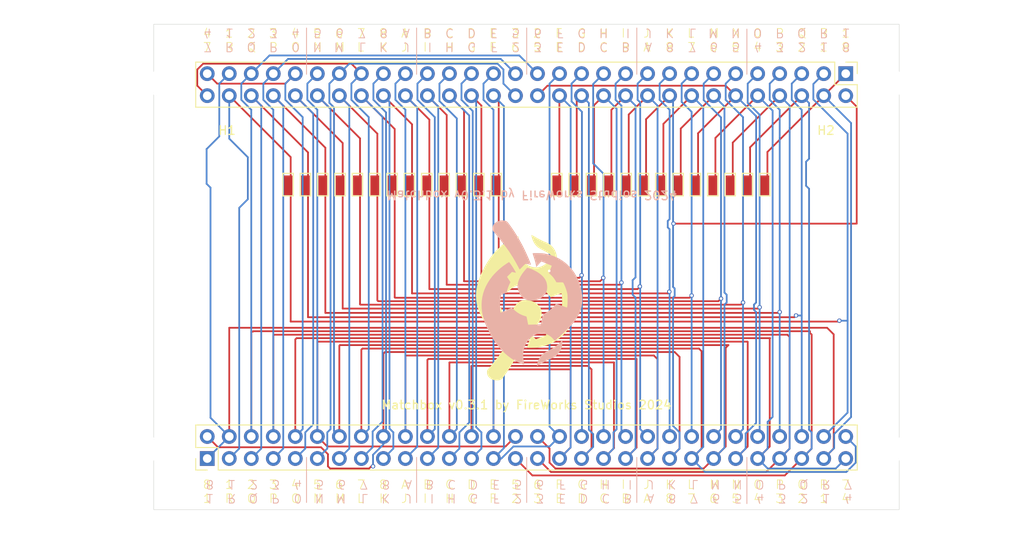
<source format=kicad_pcb>
(kicad_pcb (version 20240108) (generator "pcbnew") (generator_version "8.0")
  (layers (0 "F.Cu" signal) (31 "B.Cu" signal) (34 "B.Paste" user) (35 "F.Paste" user) (36 "B.SilkS" user "B.Silkscreen") (37 "F.SilkS" user "F.Silkscreen") (38 "B.Mask" user) (39 "F.Mask" user) (44 "Edge.Cuts" user))
  (net 0 "")
  (net 1 "/R")
  (net 2 "/Q")
  (net 3 "/P")
  (net 4 "/O")
  (net 5 "/N")
  (net 6 "/M")
  (net 7 "/L")
  (net 8 "/K")
  (net 9 "/J")
  (net 10 "/I")
  (net 11 "/H")
  (net 12 "/G")
  (net 13 "/F")
  (net 14 "/E")
  (net 15 "/D")
  (net 16 "/C")
  (net 17 "/B")
  (net 18 "/A")
  (net 19 "/8")
  (net 20 "/7")
  (net 21 "/6")
  (net 22 "/5")
  (net 23 "/4")
  (net 24 "/3")
  (net 25 "/2")
  (net 26 "/1")
  (footprint "MountingHole:MountingHole_3.2mm_M3" (layer "F.Cu") (at 77.2 108)
    (property "Reference" "H6" (hide yes))
    (property "Value" "MountingHole")
  )
  (footprint "S7221_45R:HARWIN_S7221-45R" (layer "F.Cu") (at 111.8 77.5 -90)
    (property "Reference" "PinH1" (hide yes))
    (property "Value" "S7221-45R" (hide yes))
  )
  (footprint "Connector_PinHeader_2.54mm:PinHeader_2x30_P2.54mm_Vertical" (layer "F.Cu") (at 82.475 109.1 90)
    (property "Reference" "J30" (hide yes))
    (property "Value" "Conn_02x30_Odd_Even" (hide yes))
  )
  (footprint "S7221_45R:HARWIN_S7221-45R" (layer "F.Cu") (at 109.8 77.5 -90)
    (property "Reference" "PinI1" (hide yes))
    (property "Value" "S7221-45R" (hide yes))
  )
  (footprint "MatchBox_Graphics:kicad_pic_19mm_19mm" (layer "F.Cu") (at 119.2219 91.550018)
    (property "Reference" "G1" (hide yes))
    (property "Value" "LOGO" (hide yes))
  )
  (footprint "S7221_45R:HARWIN_S7221-45R" (layer "F.Cu") (at 115.8 77.5 -90)
    (property "Reference" "PinF1" (hide yes))
    (property "Value" "S7221-45R" (hide yes))
  )
  (footprint "S7221_45R:HARWIN_S7221-45R" (layer "F.Cu") (at 99.8 77.5 -90)
    (property "Reference" "PinN1" (hide yes))
    (property "Value" "S7221-45R" (hide yes))
  )
  (footprint "S7221_45R:HARWIN_S7221-45R" (layer "F.Cu") (at 103.8 77.5 -90)
    (property "Reference" "PinL1" (hide yes))
    (property "Value" "S7221-45R" (hide yes))
  )
  (footprint "S7221_45R:HARWIN_S7221-45R" (layer "F.Cu") (at 144.8 77.5 -90)
    (property "Reference" "Pin2" (hide yes))
    (property "Value" "S7221-45R" (hide yes))
  )
  (footprint "S7221_45R:HARWIN_S7221-45R" (layer "F.Cu") (at 97.8 77.5 -90)
    (property "Reference" "PinO1" (hide yes))
    (property "Value" "S7221-45R" (hide yes))
  )
  (footprint "Connector_PinHeader_2.54mm:PinHeader_2x30_P2.54mm_Vertical" (layer "F.Cu") (at 156.135 64.7 -90)
    (property "Reference" "J29" (hide yes))
    (property "Value" "Conn_02x30_Odd_Even" (hide yes))
  )
  (footprint "MountingHole:MountingHole_3.2mm_M3" (layer "F.Cu") (at 161.4 108)
    (property "Reference" "H5" (hide yes))
    (property "Value" "MountingHole")
  )
  (footprint "S7221_45R:HARWIN_S7221-45R" (layer "F.Cu") (at 95.8 77.5 -90)
    (property "Reference" "PinP1" (hide yes))
    (property "Value" "S7221-45R" (hide yes))
  )
  (footprint "S7221_45R:HARWIN_S7221-45R" (layer "F.Cu") (at 91.8 77.5 -90)
    (property "Reference" "PinR1" (hide yes))
    (property "Value" "S7221-45R" (hide yes))
  )
  (footprint "S7221_45R:HARWIN_S7221-45R" (layer "F.Cu") (at 132.8 77.5 -90)
    (property "Reference" "Pin8" (hide yes))
    (property "Value" "S7221-45R" (hide yes))
  )
  (footprint "MountingHole:MountingHole_3.7mm" (layer "F.Cu") (at 84.75 75.95)
    (property "Reference" "H1")
    (property "Value" "MountingHole")
  )
  (footprint "S7221_45R:HARWIN_S7221-45R" (layer "F.Cu") (at 128.8 77.5 -90)
    (property "Reference" "PinB1" (hide yes))
    (property "Value" "S7221-45R" (hide yes))
  )
  (footprint "S7221_45R:HARWIN_S7221-45R" (layer "F.Cu") (at 93.8 77.5 -90)
    (property "Reference" "PinQ1" (hide yes))
    (property "Value" "S7221-45R" (hide yes))
  )
  (footprint "S7221_45R:HARWIN_S7221-45R" (layer "F.Cu") (at 122.8 77.5 -90)
    (property "Reference" "PinE1" (hide yes))
    (property "Value" "S7221-45R" (hide yes))
  )
  (footprint "MountingHole:MountingHole_3.2mm_M3" (layer "F.Cu") (at 77.2 65.8)
    (property "Reference" "H4" (hide yes))
    (property "Value" "MountingHole")
  )
  (footprint "S7221_45R:HARWIN_S7221-45R" (layer "F.Cu") (at 124.8 77.5 -90)
    (property "Reference" "PinD1" (hide yes))
    (property "Value" "S7221-45R" (hide yes))
  )
  (footprint "MountingHole:MountingHole_3.2mm_M3" (layer "F.Cu") (at 161.4 65.8)
    (property "Reference" "H3" (hide yes))
    (property "Value" "MountingHole")
  )
  (footprint "MountingHole:MountingHole_3.7mm" (layer "F.Cu") (at 153.85 75.95)
    (property "Reference" "H2")
    (property "Value" "MountingHole")
  )
  (footprint "S7221_45R:HARWIN_S7221-45R" (layer "F.Cu") (at 146.8 77.5 -90)
    (property "Reference" "Pin1" (hide yes))
    (property "Value" "S7221-45R" (hide yes))
  )
  (footprint "S7221_45R:HARWIN_S7221-45R" (layer "F.Cu") (at 136.8 77.5 -90)
    (property "Reference" "Pin6" (hide yes))
    (property "Value" "S7221-45R" (hide yes))
  )
  (footprint "S7221_45R:HARWIN_S7221-45R" (layer "F.Cu") (at 142.8 77.5 -90)
    (property "Reference" "Pin3" (hide yes))
    (property "Value" "S7221-45R" (hide yes))
  )
  (footprint "S7221_45R:HARWIN_S7221-45R" (layer "F.Cu") (at 134.8 77.5 -90)
    (property "Reference" "Pin7" (hide yes))
    (property "Value" "S7221-45R" (hide yes))
  )
  (footprint "S7221_45R:HARWIN_S7221-45R" (layer "F.Cu") (at 130.8 77.5 -90)
    (property "Reference" "PinA1" (hide yes))
    (property "Value" "S7221-45R" (hide yes))
  )
  (footprint "S7221_45R:HARWIN_S7221-45R" (layer "F.Cu") (at 140.8 77.5 -90)
    (property "Reference" "Pin4" (hide yes))
    (property "Value" "S7221-45R" (hide yes))
  )
  (footprint "S7221_45R:HARWIN_S7221-45R" (layer "F.Cu") (at 113.8 77.5 -90)
    (property "Reference" "PinG1" (hide yes))
    (property "Value" "S7221-45R" (hide yes))
  )
  (footprint "S7221_45R:HARWIN_S7221-45R" (layer "F.Cu") (at 138.8 77.5 -90)
    (property "Reference" "Pin5" (hide yes))
    (property "Value" "S7221-45R" (hide yes))
  )
  (footprint "S7221_45R:HARWIN_S7221-45R" (layer "F.Cu") (at 101.8 77.5 -90)
    (property "Reference" "PinM1" (hide yes))
    (property "Value" "S7221-45R" (hide yes))
  )
  (footprint "S7221_45R:HARWIN_S7221-45R" (layer "F.Cu") (at 105.8 77.5 -90)
    (property "Reference" "PinK1" (hide yes))
    (property "Value" "S7221-45R" (hide yes))
  )
  (footprint "S7221_45R:HARWIN_S7221-45R" (layer "F.Cu") (at 126.8 77.5 -90)
    (property "Reference" "PinC1" (hide yes))
    (property "Value" "S7221-45R" (hide yes))
  )
  (footprint "S7221_45R:HARWIN_S7221-45R" (layer "F.Cu") (at 107.8 77.5 -90)
    (property "Reference" "PinJ1" (hide yes))
    (property "Value" "S7221-45R" (hide yes))
  )
  (footprint "MatchBox_Graphics:kicad_pic_19mm_19mm" (layer "B.Cu") (at 119.855623 90.164094)
    (property "Reference" "G1" (hide yes))
    (property "Value" "LOGO" (hide yes))
  )
  (gr_line (start 93.9292 114.173) (end 93.9292 108.966) (stroke (width 0.1)) (layer "B.SilkS"))
  (gr_line (start 119.3292 64.77) (end 119.3292 59.436) (stroke (width 0.1)) (layer "B.SilkS"))
  (gr_line (start 93.9292 64.77) (end 93.9292 59.436) (stroke (width 0.1)) (layer "B.SilkS"))
  (gr_line (start 119.3292 114.173) (end 119.3292 108.966) (stroke (width 0.1)) (layer "B.SilkS"))
  (gr_line (start 144.7292 114.3) (end 144.7292 108.966) (stroke (width 0.1)) (layer "B.SilkS"))
  (gr_line (start 106.6292 114.173) (end 106.6292 108.966) (stroke (width 0.1)) (layer "B.SilkS"))
  (gr_line (start 132.0292 114.173) (end 132.0292 108.966) (stroke (width 0.1)) (layer "B.SilkS"))
  (gr_line (start 144.7292 64.77) (end 144.7292 59.563) (stroke (width 0.1)) (layer "B.SilkS"))
  (gr_line (start 106.6292 64.77) (end 106.6292 59.436) (stroke (width 0.1)) (layer "B.SilkS"))
  (gr_line (start 132.0292 64.77) (end 132.0292 59.436) (stroke (width 0.1)) (layer "B.SilkS"))
  (gr_rect (start 76.3 59) (end 162.3 115) (stroke (width 0.05)) (fill none) (layer "Edge.Cuts"))
  (gr_text "4\n7" (at 156.972 111.506 180) (layer "B.SilkS") (effects (font (size 1 1) (thickness 0.1)) (justify right bottom mirror)))
  (gr_text "2\n5" (at 118.618 59.436 180) (layer "B.SilkS") (effects (font (size 1 1) (thickness 0.1)) (justify right bottom mirror)))
  (gr_text "7\nL" (at 139.192 111.506 180) (layer "B.SilkS") (effects (font (size 1 1) (thickness 0.1)) (justify right bottom mirror)))
  (gr_text "8\nK" (at 136.398 59.436 180) (layer "B.SilkS") (effects (font (size 1 1) (thickness 0.1)) (justify right bottom mirror)))
  (gr_text "D\nG" (at 126.492 111.506 180) (layer "B.SilkS") (effects (font (size 1 1) (thickness 0.1)) (justify right bottom mirror)))
  (gr_text "5\nN" (at 144.018 59.436 180) (layer "B.SilkS") (effects (font (size 1 1) (thickness 0.1)) (justify right bottom mirror)))
  (gr_text "C\nH" (at 128.778 59.436 180) (layer "B.SilkS") (effects (font (size 1 1) (thickness 0.1)) (justify right bottom mirror)))
  (gr_text "N\n5" (at 96.012 111.506 180) (layer "B.SilkS") (effects (font (size 1 1) (thickness 0.1)) (justify right bottom mirror)))
  (gr_text "P\n3" (at 90.932 111.506 180) (layer "B.SilkS") (effects (font (size 1 1) (thickness 0.1)) (justify right bottom mirror)))
  (gr_text "R\n1" (at 85.852 111.506 180) (layer "B.SilkS") (effects (font (size 1 1) (thickness 0.1)) (justify right bottom mirror)))
  (gr_text "1\nR" (at 154.178 59.436 180) (layer "B.SilkS") (effects (font (size 1 1) (thickness 0.1)) (justify right bottom mirror)))
  (gr_text "2\n5" (at 118.872 111.506 180) (layer "B.SilkS") (effects (font (size 1 1) (thickness 0.1)) (justify right bottom mirror)))
  (gr_text "Q\n2" (at 88.138 59.436 180) (layer "B.SilkS") (effects (font (size 1 1) (thickness 0.1)) (justify right bottom mirror)))
  (gr_text "P\n3" (at 90.678 59.436 180) (layer "B.SilkS") (effects (font (size 1 1) (thickness 0.1)) (justify right bottom mirror)))
  (gr_text "H\nC" (at 110.998 59.436 180) (layer "B.SilkS") (effects (font (size 1 1) (thickness 0.1)) (justify right bottom mirror)))
  (gr_text "J\nA" (at 105.918 59.436 180) (layer "B.SilkS") (effects (font (size 1 1) (thickness 0.1)) (justify right bottom mirror)))
  (gr_text "L\n7" (at 101.092 111.506 180) (layer "B.SilkS") (effects (font (size 1 1) (thickness 0.1)) (justify right bottom mirror)))
  (gr_text "B\nI" (at 131.572 111.506 180) (layer "B.SilkS") (effects (font (size 1 1) (thickness 0.1)) (justify right bottom mirror)))
  (gr_text "3\n6" (at 121.412 111.506 180) (layer "B.SilkS") (effects (font (size 1 1) (thickness 0.1)) (justify right bottom mirror)))
  (gr_text "E\nF" (at 123.952 111.506 180) (layer "B.SilkS") (effects (font (size 1 1) (thickness 0.1)) (justify right bottom mirror)))
  (gr_text "8\nK" (at 136.652 111.506 180) (layer "B.SilkS") (effects (font (size 1 1) (thickness 0.1)) (justify right bottom mirror)))
  (gr_text "B\nI" (at 131.318 59.436 180) (layer "B.SilkS") (effects (font (size 1 1) (thickness 0.1)) (justify right bottom mirror)))
  (gr_text "E\nF" (at 123.698 59.436 180) (layer "B.SilkS") (effects (font (size 1 1) (thickness 0.1)) (justify right bottom mirror)))
  (gr_text "4\nO" (at 146.812 111.506 180) (layer "B.SilkS") (effects (font (size 1 1) (thickness 0.1)) (justify right bottom mirror)))
  (gr_text "A\nJ" (at 133.858 59.436 180) (layer "B.SilkS") (effects (font (size 1 1) (thickness 0.1)) (justify right bottom mirror)))
  (gr_text "5\nN" (at 144.272 111.506 180) (layer "B.SilkS") (effects (font (size 1 1) (thickness 0.1)) (justify right bottom mirror)))
  (gr_text "6\nM" (at 141.732 111.506 180) (layer "B.SilkS") (effects (font (size 1 1) (thickness 0.1)) (justify right bottom mirror)))
  (gr_text "G\nD" (at 113.538 59.436 180) (layer "B.SilkS") (effects (font (size 1 1) (thickness 0.1)) (justify right bottom mirror)))
  (gr_text "F\nE" (at 116.332 111.506 180) (layer "B.SilkS") (effects (font (size 1 1) (thickness 0.1)) (justify right bottom mirror)))
  (gr_text "Matchbox v0.3.1 by FireWorks Studios 2024\n" (at 119.933724 78.114112 180) (layer "B.SilkS") (effects (font (size 1 1)) (justify bottom mirror)))
  (gr_text "H\nC" (at 111.252 111.506 180) (layer "B.SilkS") (effects (font (size 1 1) (thickness 0.1)) (justify right bottom mirror)))
  (gr_text "J\nA" (at 106.172 111.506 180) (layer "B.SilkS") (effects (font (size 1 1) (thickness 0.1)) (justify right bottom mirror)))
  (gr_text "1\nR" (at 154.432 111.506 180) (layer "B.SilkS") (effects (font (size 1 1) (thickness 0.1)) (justify right bottom mirror)))
  (gr_text "3\nP" (at 149.352 111.506 180) (layer "B.SilkS") (effects (font (size 1 1) (thickness 0.1)) (justify right bottom mirror)))
  (gr_text "7\n4" (at 83.058 59.436 180) (layer "B.SilkS") (effects (font (size 1 1) (thickness 0.1)) (justify right bottom mirror)))
  (gr_text "3\nP" (at 149.098 59.436 180) (layer "B.SilkS") (effects (font (size 1 1) (thickness 0.1)) (justify right bottom mirror)))
  (gr_text "C\nH" (at 129.032 111.506 180) (layer "B.SilkS") (effects (font (size 1 1) (thickness 0.1)) (justify right bottom mirror)))
  (gr_text "G\nD" (at 113.792 111.506 180) (layer "B.SilkS") (effects (font (size 1 1) (thickness 0.1)) (justify right bottom mirror)))
  (gr_text "K\n8" (at 103.378 59.436 180) (layer "B.SilkS") (effects (font (size 1 1) (thickness 0.1)) (justify right bottom mirror)))
  (gr_text "M\n6" (at 98.552 111.506 180) (layer "B.SilkS") (effects (font (size 1 1) (thickness 0.1)) (justify right bottom mirror)))
  (gr_text "8\n1" (at 156.718 59.436 180) (layer "B.SilkS") (effects (font (size 1 1) (thickness 0.1)) (justify right bottom mirror)))
  (gr_text "2\nQ" (at 151.892 111.506 180) (layer "B.SilkS") (effects (font (size 1 1) (thickness 0.1)) (justify right bottom mirror)))
  (gr_text "2\nQ" (at 151.638 59.436 180) (layer "B.SilkS") (effects (font (size 1 1) (thickness 0.1)) (justify right bottom mirror)))
  (gr_text "3\n6" (at 121.158 59.436 180) (layer "B.SilkS") (effects (font (size 1 1) (thickness 0.1)) (justify right bottom mirror)))
  (gr_text "I\nB" (at 108.458 59.436 180) (layer "B.SilkS") (effects (font (size 1 1) (thickness 0.1)) (justify right bottom mirror)))
  (gr_text "4\nO" (at 146.558 59.436 180) (layer "B.SilkS") (effects (font (size 1 1) (thickness 0.1)) (justify right bottom mirror)))
  (gr_text "K\n8" (at 103.632 111.506 180) (layer "B.SilkS") (effects (font (size 1 1) (thickness 0.1)) (justify right bottom mirror)))
  (gr_text "I\nB" (at 108.712 111.506 180) (layer "B.SilkS") (effects (font (size 1 1) (thickness 0.1)) (justify right bottom mirror)))
  (gr_text "M\n6" (at 98.298 59.436 180) (layer "B.SilkS") (effects (font (size 1 1) (thickness 0.1)) (justify right bottom mirror)))
  (gr_text "Q\n2" (at 88.392 111.506 180) (layer "B.SilkS") (effects (font (size 1 1) (thickness 0.1)) (justify right bottom mirror)))
  (gr_text "L\n7" (at 100.838 59.436 180) (layer "B.SilkS") (effects (font (size 1 1) (thickness 0.1)) (justify right bottom mirror)))
  (gr_text "6\nM" (at 141.478 59.436 180) (layer "B.SilkS") (effects (font (size 1 1) (thickness 0.1)) (justify right bottom mirror)))
  (gr_text "F\nE" (at 116.078 59.436 180) (layer "B.SilkS") (effects (font (size 1 1) (thickness 0.1)) (justify right bottom mirror)))
  (gr_text "7\nL" (at 138.938 59.436 180) (layer "B.SilkS") (effects (font (size 1 1) (thickness 0.1)) (justify right bottom mirror)))
  (gr_text "0\n4" (at 93.472 111.506 180) (layer "B.SilkS") (effects (font (size 1 1) (thickness 0.1)) (justify right bottom mirror)))
  (gr_text "N\n5" (at 95.758 59.436 180) (layer "B.SilkS") (effects (font (size 1 1) (thickness 0.1)) (justify right bottom mirror)))
  (gr_text "A\nJ" (at 134.112 111.506 180) (layer "B.SilkS") (effects (font (size 1 1) (thickness 0.1)) (justify right bottom mirror)))
  (gr_text "R\n1" (at 85.598 59.436 180) (layer "B.SilkS") (effects (font (size 1 1) (thickness 0.1)) (justify right bottom mirror)))
  (gr_text "0\n4" (at 93.218 59.436 180) (layer "B.SilkS") (effects (font (size 1 1) (thickness 0.1)) (justify right bottom mirror)))
  (gr_text "1\n8" (at 83.312 111.506 180) (layer "B.SilkS") (effects (font (size 1 1) (thickness 0.1)) (justify right bottom mirror)))
  (gr_text "D\nG" (at 126.238 59.436 180) (layer "B.SilkS") (effects (font (size 1 1) (thickness 0.1)) (justify right bottom mirror)))
  (gr_text "8\nK" (at 102.235 62.23 0) (layer "F.SilkS") (effects (font (size 1 1) (thickness 0.1)) (justify left bottom)))
  (gr_text "0\n4" (at 145.415 62.23 0) (layer "F.SilkS") (effects (font (size 1 1) (thickness 0.1)) (justify left bottom)))
  (gr_text "E\nF" (at 114.935 114.3 0) (layer "F.SilkS") (effects (font (size 1 1) (thickness 0.1)) (justify left bottom)))
  (gr_text "C\nH" (at 109.855 114.3 0) (layer "F.SilkS") (effects (font (size 1 1) (thickness 0.1)) (justify left bottom)))
  (gr_text "1\n8" (at 155.575 62.23 0) (layer "F.SilkS") (effects (font (size 1 1) (thickness 0.1)) (justify left bottom)))
  (gr_text "L\n7" (at 137.795 114.3 0) (layer "F.SilkS") (effects (font (size 1 1) (thickness 0.1)) (justify left bottom)))
  (gr_text "8\n1" (at 81.915 114.3 0) (layer "F.SilkS") (effects (font (size 1 1) (thickness 0.1)) (justify left bottom)))
  (gr_text "L\n7" (at 137.795 62.23 0) (layer "F.SilkS") (effects (font (size 1 1) (thickness 0.1)) (justify left bottom)))
  (gr_text "H\nC" (at 127.635 114.3 0) (layer "F.SilkS") (effects (font (size 1 1) (thickness 0.1)) (justify left bottom)))
  (gr_text "1\nR" (at 84.455 62.23 0) (layer "F.SilkS") (effects (font (size 1 1) (thickness 0.1)) (justify left bottom)))
  (gr_text "5\nN" (at 94.615 114.3 0) (layer "F.SilkS") (effects (font (size 1 1) (thickness 0.1)) (justify left bottom)))
  (gr_text "R\n1" (at 153.035 114.3 0) (layer "F.SilkS") (effects (font (size 1 1) (thickness 0.1)) (justify left bottom)))
  (gr_text "M\n6" (at 140.335 114.3 0) (layer "F.SilkS") (effects (font (size 1 1) (thickness 0.1)) (justify left bottom)))
  (gr_text "Matchbox v0.3.1 by FireWorks Studios 2024\n" (at 119.3 103.5 0) (layer "F.SilkS") (effects (font (size 1 1)) (justify bottom)))
  (gr_text "3\nP" (at 89.535 62.23 0) (layer "F.SilkS") (effects (font (size 1 1) (thickness 0.1)) (justify left bottom)))
  (gr_text "6\nM" (at 97.155 114.3 0) (layer "F.SilkS") (effects (font (size 1 1) (thickness 0.1)) (justify left bottom)))
  (gr_text "N\n5" (at 142.875 62.23 0) (layer "F.SilkS") (effects (font (size 1 1) (thickness 0.1)) (justify left bottom)))
  (gr_text "F\nE" (at 122.555 62.23 0) (layer "F.SilkS") (effects (font (size 1 1) (thickness 0.1)) (justify left bottom)))
  (gr_text "8\nK" (at 102.235 114.3 0) (layer "F.SilkS") (effects (font (size 1 1) (thickness 0.1)) (justify left bottom)))
  (gr_text "J\nA" (at 132.715 114.3 0) (layer "F.SilkS") (effects (font (size 1 1) (thickness 0.1)) (justify left bottom)))
  (gr_text "G\nD" (at 125.095 62.23 0) (layer "F.SilkS") (effects (font (size 1 1) (thickness 0.1)) (justify left bottom)))
  (gr_text "5\nN" (at 94.615 62.23 0) (layer "F.SilkS") (effects (font (size 1 1) (thickness 0.1)) (justify left bottom)))
  (gr_text "R\n1" (at 153.035 62.23 0) (layer "F.SilkS") (effects (font (size 1 1) (thickness 0.1)) (justify left bottom)))
  (gr_text "Q\n2" (at 150.495 114.3 0) (layer "F.SilkS") (effects (font (size 1 1) (thickness 0.1)) (justify left bottom)))
  (gr_text "K\n8" (at 135.255 114.3 0) (layer "F.SilkS") (effects (font (size 1 1) (thickness 0.1)) (justify left bottom)))
  (gr_text "E\nF" (at 114.935 62.23 0) (layer "F.SilkS") (effects (font (size 1 1) (thickness 0.1)) (justify left bottom)))
  (gr_text "3\nP" (at 89.535 114.3 0) (layer "F.SilkS") (effects (font (size 1 1) (thickness 0.1)) (justify left bottom)))
  (gr_text "2\n5" (at 120.015 62.23 0) (layer "F.SilkS") (effects (font (size 1 1) (thickness 0.1)) (justify left bottom)))
  (gr_text "B\nI" (at 107.315 62.23 0) (layer "F.SilkS") (effects (font (size 1 1) (thickness 0.1)) (justify left bottom)))
  (gr_text "B\nI" (at 107.315 114.3 0) (layer "F.SilkS") (effects (font (size 1 1) (thickness 0.1)) (justify left bottom)))
  (gr_text "P\n3" (at 147.955 62.23 0) (layer "F.SilkS") (effects (font (size 1 1) (thickness 0.1)) (justify left bottom)))
  (gr_text "7\nL" (at 99.695 114.3 0) (layer "F.SilkS") (effects (font (size 1 1) (thickness 0.1)) (justify left bottom)))
  (gr_text "0\n4" (at 145.415 114.3 0) (layer "F.SilkS") (effects (font (size 1 1) (thickness 0.1)) (justify left bottom)))
  (gr_text "K\n8" (at 135.255 62.23 0) (layer "F.SilkS") (effects (font (size 1 1) (thickness 0.1)) (justify left bottom)))
  (gr_text "7\nL" (at 99.695 62.23 0) (layer "F.SilkS") (effects (font (size 1 1) (thickness 0.1)) (justify left bottom)))
  (gr_text "G\nD" (at 125.095 114.3 0) (layer "F.SilkS") (effects (font (size 1 1) (thickness 0.1)) (justify left bottom)))
  (gr_text "P\n3" (at 147.955 114.3 0) (layer "F.SilkS") (effects (font (size 1 1) (thickness 0.1)) (justify left bottom)))
  (gr_text "4\n7" (at 81.915 62.23 0) (layer "F.SilkS") (effects (font (size 1 1) (thickness 0.1)) (justify left bottom)))
  (gr_text "D\nG" (at 112.395 62.23 0) (layer "F.SilkS") (effects (font (size 1 1) (thickness 0.1)) (justify left bottom)))
  (gr_text "N\n5" (at 142.875 114.3 0) (layer "F.SilkS") (effects (font (size 1 1) (thickness 0.1)) (justify left bottom)))
  (gr_text "2\nQ" (at 86.995 62.23 0) (layer "F.SilkS") (effects (font (size 1 1) (thickness 0.1)) (justify left bottom)))
  (gr_text "F\nE" (at 122.555 114.3 0) (layer "F.SilkS") (effects (font (size 1 1) (thickness 0.1)) (justify left bottom)))
  (gr_text "M\n6" (at 140.335 62.23 0) (layer "F.SilkS") (effects (font (size 1 1) (thickness 0.1)) (justify left bottom)))
  (gr_text "C\nH" (at 109.855 62.23 0) (layer "F.SilkS") (effects (font (size 1 1) (thickness 0.1)) (justify left bottom)))
  (gr_text "2\nQ" (at 86.995 114.3 0) (layer "F.SilkS") (effects (font (size 1 1) (thickness 0.1)) (justify left bottom)))
  (gr_text "7\n4" (at 155.575 114.3 0) (layer "F.SilkS") (effects (font (size 1 1) (thickness 0.1)) (justify left bottom)))
  (gr_text "D\nG" (at 112.395 114.3 0) (layer "F.SilkS") (effects (font (size 1 1) (thickness 0.1)) (justify left bottom)))
  (gr_text "6\nM" (at 97.155 62.23 0) (layer "F.SilkS") (effects (font (size 1 1) (thickness 0.1)) (justify left bottom)))
  (gr_text "I\nB" (at 130.175 62.23 0) (layer "F.SilkS") (effects (font (size 1 1) (thickness 0.1)) (justify left bottom)))
  (gr_text "Q\n2" (at 150.495 62.23 0) (layer "F.SilkS") (effects (font (size 1 1) (thickness 0.1)) (justify left bottom)))
  (gr_text "I\nB" (at 130.175 114.3 0) (layer "F.SilkS") (effects (font (size 1 1) (thickness 0.1)) (justify left bottom)))
  (gr_text "1\nR" (at 84.455 114.3 0) (layer "F.SilkS") (effects (font (size 1 1) (thickness 0.1)) (justify left bottom)))
  (gr_text "H\nC" (at 127.635 62.23 0) (layer "F.SilkS") (effects (font (size 1 1) (thickness 0.1)) (justify left bottom)))
  (gr_text "4\nO" (at 92.075 62.23 0) (layer "F.SilkS") (effects (font (size 1 1) (thickness 0.1)) (justify left bottom)))
  (gr_text "A\nJ" (at 104.775 114.3 0) (layer "F.SilkS") (effects (font (size 1 1) (thickness 0.1)) (justify left bottom)))
  (gr_text "J\nA" (at 132.715 62.23 0) (layer "F.SilkS") (effects (font (size 1 1) (thickness 0.1)) (justify left bottom)))
  (gr_text "A\nJ" (at 104.775 62.23 0) (layer "F.SilkS") (effects (font (size 1 1) (thickness 0.1)) (justify left bottom)))
  (gr_text "5\n2" (at 117.475 114.3 0) (layer "F.SilkS") (effects (font (size 1 1) (thickness 0.1)) (justify left bottom)))
  (gr_text "6\n3" (at 120.015 114.3 0) (layer "F.SilkS") (effects (font (size 1 1) (thickness 0.1)) (justify left bottom)))
  (gr_text "4\nO" (at 92.075 114.3 0) (layer "F.SilkS") (effects (font (size 1 1) (thickness 0.1)) (justify left bottom)))
  (gr_text "3\n6" (at 117.475 62.23 0) (layer "F.SilkS") (effects (font (size 1 1) (thickness 0.1)) (justify left bottom)))
  (segment (start 92.1 93.3) (end 155.3 93.3) (width 0.2) (layer "F.Cu") (net 1))
  (segment (start 155.3 93.3) (end 155.4 93.2) (width 0.2) (layer "F.Cu") (net 1))
  (segment (start 92.1 74.325) (end 85.015 67.24) (width 0.2) (layer "F.Cu") (net 1))
  (segment (start 92.1 77.58875) (end 92.1 93.3) (width 0.2) (layer "F.Cu") (net 1))
  (segment (start 92.1 77.58875) (end 92.1 74.325) (width 0.2) (layer "F.Cu") (net 1))
  (via micro (at 155.4 93.2) (size 0.5) (drill 0.3) (layers "F.Cu" "B.Cu") (net 1))
  (segment (start 152.4 67.671346) (end 152.4 65.895) (width 0.2) (layer "B.Cu") (net 1))
  (segment (start 85.015 72.2) (end 87.155 74.34) (width 0.2) (layer "B.Cu") (net 1))
  (segment (start 86.165 80.17627) (end 86.165 107.95) (width 0.2) (layer "B.Cu") (net 1))
  (segment (start 85.015 67.24) (end 85.015 72.2) (width 0.2) (layer "B.Cu") (net 1))
  (segment (start 155.4 93.2) (end 156.35 93.2) (width 0.2) (layer "B.Cu") (net 1))
  (segment (start 152.4 65.895) (end 153.595 64.7) (width 0.2) (layer "B.Cu") (net 1))
  (segment (start 86.165 107.95) (end 85.015 109.1) (width 0.2) (layer "B.Cu") (net 1))
  (segment (start 156.35 103.805) (end 156.35 93.2) (width 0.2) (layer "B.Cu") (net 1))
  (segment (start 87.155 79.18627) (end 86.165 80.17627) (width 0.2) (layer "B.Cu") (net 1))
  (segment (start 156.35 71.621346) (end 152.4 67.671346) (width 0.2) (layer "B.Cu") (net 1))
  (segment (start 156.35 93.2) (end 156.35 71.621346) (width 0.2) (layer "B.Cu") (net 1))
  (segment (start 87.155 74.34) (end 87.155 79.18627) (width 0.2) (layer "B.Cu") (net 1))
  (segment (start 153.595 106.56) (end 156.35 103.805) (width 0.2) (layer "B.Cu") (net 1))
  (segment (start 150.2 92.8) (end 94.1 92.8) (width 0.2) (layer "F.Cu") (net 2))
  (segment (start 94.1 73.785) (end 87.555 67.24) (width 0.2) (layer "F.Cu") (net 2))
  (segment (start 94.1 92.8) (end 94.1 73.785) (width 0.2) (layer "F.Cu") (net 2))
  (segment (start 150.4 92.6) (end 150.2 92.8) (width 0.2) (layer "F.Cu") (net 2))
  (via micro (at 150.4 92.6) (size 0.5) (drill 0.3) (layers "F.Cu" "B.Cu") (net 2))
  (segment (start 149.905 65.85) (end 151.055 64.7) (width 0.2) (layer "B.Cu") (net 2))
  (segment (start 87.555 67.24) (end 88.705 68.39) (width 0.2) (layer "B.Cu") (net 2))
  (segment (start 149.905 67.716346) (end 149.905 65.85) (width 0.2) (layer "B.Cu") (net 2))
  (segment (start 151.055 68.866346) (end 149.905 67.716346) (width 0.2) (layer "B.Cu") (net 2))
  (segment (start 88.705 68.39) (end 88.705 107.95) (width 0.2) (layer "B.Cu") (net 2))
  (segment (start 151.055 92.6) (end 151.055 68.866346) (width 0.2) (layer "B.Cu") (net 2))
  (segment (start 88.705 107.95) (end 87.555 109.1) (width 0.2) (layer "B.Cu") (net 2))
  (segment (start 150.4 92.6) (end 151.055 92.6) (width 0.2) (layer "B.Cu") (net 2))
  (segment (start 151.055 106.56) (end 151.055 92.8) (width 0.2) (layer "B.Cu") (net 2))
  (segment (start 151.055 92.8) (end 151.055 92.6) (width 0.2) (layer "B.Cu") (net 2))
  (segment (start 96.1 73.245) (end 90.095 67.24) (width 0.2) (layer "F.Cu") (net 3))
  (segment (start 148.415 92.3) (end 148.515 92.2) (width 0.2) (layer "F.Cu") (net 3))
  (segment (start 96.1 77.58875) (end 96.1 92.3) (width 0.2) (layer "F.Cu") (net 3))
  (segment (start 96.1 92.3) (end 148.415 92.3) (width 0.2) (layer "F.Cu") (net 3))
  (segment (start 96.1 77.58875) (end 96.1 73.245) (width 0.2) (layer "F.Cu") (net 3))
  (via micro (at 148.515 92.2) (size 0.5) (drill 0.3) (layers "F.Cu" "B.Cu") (net 3))
  (segment (start 147.365 65.85) (end 148.515 64.7) (width 0.2) (layer "B.Cu") (net 3))
  (segment (start 148.515 68.866346) (end 147.365 67.716346) (width 0.2) (layer "B.Cu") (net 3))
  (segment (start 90.095 67.24) (end 91.245 68.39) (width 0.2) (layer "B.Cu") (net 3))
  (segment (start 91.245 68.39) (end 91.245 107.95) (width 0.2) (layer "B.Cu") (net 3))
  (segment (start 148.515 92.2) (end 148.515 68.866346) (width 0.2) (layer "B.Cu") (net 3))
  (segment (start 91.245 107.95) (end 90.095 109.1) (width 0.2) (layer "B.Cu") (net 3))
  (segment (start 147.365 67.716346) (end 147.365 65.85) (width 0.2) (layer "B.Cu") (net 3))
  (segment (start 148.515 106.56) (end 148.515 92.2) (width 0.2) (layer "B.Cu") (net 3))
  (segment (start 146.05 91.8) (end 98.1 91.8) (width 0.2) (layer "F.Cu") (net 4))
  (segment (start 98.1 91.8) (end 98.1 72.705) (width 0.2) (layer "F.Cu") (net 4))
  (segment (start 98.1 72.705) (end 92.635 67.24) (width 0.2) (layer "F.Cu") (net 4))
  (segment (start 146.2 91.65) (end 146.05 91.8) (width 0.2) (layer "F.Cu") (net 4))
  (via micro (at 146.2 91.65) (size 0.5) (drill 0.3) (layers "F.Cu" "B.Cu") (net 4))
  (segment (start 93.785 107.95) (end 92.635 109.1) (width 0.2) (layer "B.Cu") (net 4))
  (segment (start 145.975 106.56) (end 146.2 106.335) (width 0.2) (layer "B.Cu") (net 4))
  (segment (start 94.7 69.305) (end 94.7 105.168654) (width 0.2) (layer "B.Cu") (net 4))
  (segment (start 93.785 106.083654) (end 93.785 107.95) (width 0.2) (layer "B.Cu") (net 4))
  (segment (start 146.2 69.439314) (end 144.825 68.064314) (width 0.2) (layer "B.Cu") (net 4))
  (segment (start 144.825 68.064314) (end 144.825 65.85) (width 0.2) (layer "B.Cu") (net 4))
  (segment (start 144.825 65.85) (end 145.975 64.7) (width 0.2) (layer "B.Cu") (net 4))
  (segment (start 94.7 105.168654) (end 93.785 106.083654) (width 0.2) (layer "B.Cu") (net 4))
  (segment (start 92.635 67.24) (end 94.7 69.305) (width 0.2) (layer "B.Cu") (net 4))
  (segment (start 146.2 106.335) (end 146.2 69.439314) (width 0.2) (layer "B.Cu") (net 4))
  (segment (start 100.15 91.35) (end 100.1 91.3) (width 0.2) (layer "F.Cu") (net 5))
  (segment (start 144.035 91.35) (end 100.15 91.35) (width 0.2) (layer "F.Cu") (net 5))
  (segment (start 100.1 91.3) (end 100.1 72.165) (width 0.2) (layer "F.Cu") (net 5))
  (segment (start 100.1 72.165) (end 95.175 67.24) (width 0.2) (layer "F.Cu") (net 5))
  (segment (start 144.285 91.1) (end 144.035 91.35) (width 0.2) (layer "F.Cu") (net 5))
  (via micro (at 144.285 91.1) (size 0.5) (drill 0.3) (layers "F.Cu" "B.Cu") (net 5))
  (segment (start 142.285 65.85) (end 143.435 64.7) (width 0.2) (layer "B.Cu") (net 5))
  (segment (start 96.325 107.95) (end 95.175 109.1) (width 0.2) (layer "B.Cu") (net 5))
  (segment (start 95.175 67.24) (end 96.7 68.765) (width 0.2) (layer "B.Cu") (net 5))
  (segment (start 96.7 68.765) (end 96.7 105.708654) (width 0.2) (layer "B.Cu") (net 5))
  (segment (start 142.285 67.716346) (end 142.285 65.85) (width 0.2) (layer "B.Cu") (net 5))
  (segment (start 143.435 106.56) (end 144.285 105.71) (width 0.2) (layer "B.Cu") (net 5))
  (segment (start 96.7 105.708654) (end 96.325 106.083654) (width 0.2) (layer "B.Cu") (net 5))
  (segment (start 144.285 105.71) (end 144.285 69.716346) (width 0.2) (layer "B.Cu") (net 5))
  (segment (start 144.285 69.716346) (end 142.285 67.716346) (width 0.2) (layer "B.Cu") (net 5))
  (segment (start 96.325 106.083654) (end 96.325 107.95) (width 0.2) (layer "B.Cu") (net 5))
  (segment (start 141.445 90.95) (end 102.2 90.95) (width 0.2) (layer "F.Cu") (net 6))
  (segment (start 102.1 71.625) (end 97.715 67.24) (width 0.2) (layer "F.Cu") (net 6))
  (segment (start 102.2 90.95) (end 102.1 90.85) (width 0.2) (layer "F.Cu") (net 6))
  (segment (start 141.745 90.65) (end 141.445 90.95) (width 0.2) (layer "F.Cu") (net 6))
  (segment (start 102.1 90.85) (end 102.1 71.625) (width 0.2) (layer "F.Cu") (net 6))
  (via micro (at 141.745 90.65) (size 0.5) (drill 0.3) (layers "F.Cu" "B.Cu") (net 6))
  (segment (start 141.745 69.745) (end 139.745 67.745) (width 0.2) (layer "B.Cu") (net 6))
  (segment (start 98.865 107.95) (end 97.715 109.1) (width 0.2) (layer "B.Cu") (net 6))
  (segment (start 140.895 106.56) (end 141.745 105.71) (width 0.2) (layer "B.Cu") (net 6))
  (segment (start 139.745 65.85) (end 140.895 64.7) (width 0.2) (layer "B.Cu") (net 6))
  (segment (start 98.865 68.39) (end 98.865 107.95) (width 0.2) (layer "B.Cu") (net 6))
  (segment (start 141.745 105.71) (end 141.745 69.745) (width 0.2) (layer "B.Cu") (net 6))
  (segment (start 97.715 67.24) (end 98.865 68.39) (width 0.2) (layer "B.Cu") (net 6))
  (segment (start 139.745 67.745) (end 139.745 65.85) (width 0.2) (layer "B.Cu") (net 6))
  (segment (start 138.355 90.3) (end 138.105 90.55) (width 0.2) (layer "F.Cu") (net 7))
  (segment (start 104.1 71.085) (end 100.255 67.24) (width 0.2) (layer "F.Cu") (net 7))
  (segment (start 104.15 90.55) (end 104.1 90.5) (width 0.2) (layer "F.Cu") (net 7))
  (segment (start 138.105 90.55) (end 104.15 90.55) (width 0.2) (layer "F.Cu") (net 7))
  (segment (start 104.1 90.5) (end 104.1 71.085) (width 0.2) (layer "F.Cu") (net 7))
  (via micro (at 138.355 90.3) (size 0.5) (drill 0.3) (layers "F.Cu" "B.Cu") (net 7))
  (segment (start 100.255 67.24) (end 102.7 69.685) (width 0.2) (layer "B.Cu") (net 7))
  (segment (start 101.555 107.8) (end 100.255 109.1) (width 0.2) (layer "B.Cu") (net 7))
  (segment (start 137.205 67.956346) (end 137.205 65.85) (width 0.2) (layer "B.Cu") (net 7))
  (segment (start 137.205 65.85) (end 138.355 64.7) (width 0.2) (layer "B.Cu") (net 7))
  (segment (start 138.355 69.106346) (end 137.205 67.956346) (width 0.2) (layer "B.Cu") (net 7))
  (segment (start 101.555 105.983654) (end 101.555 107.8) (width 0.2) (layer "B.Cu") (net 7))
  (segment (start 102.7 69.685) (end 102.7 104.838654) (width 0.2) (layer "B.Cu") (net 7))
  (segment (start 138.355 106.56) (end 138.355 69.106346) (width 0.2) (layer "B.Cu") (net 7))
  (segment (start 102.7 104.838654) (end 101.555 105.983654) (width 0.2) (layer "B.Cu") (net 7))
  (segment (start 106.1 70.545) (end 102.795 67.24) (width 0.2) (layer "F.Cu") (net 8))
  (segment (start 135.615 90.05) (end 106.1 90.05) (width 0.2) (layer "F.Cu") (net 8))
  (segment (start 106.1 90.05) (end 106.1 70.545) (width 0.2) (layer "F.Cu") (net 8))
  (segment (start 135.815 89.85) (end 135.615 90.05) (width 0.2) (layer "F.Cu") (net 8))
  (via micro (at 135.776786 89.854123) (size 0.5) (drill 0.3) (layers "F.Cu" "B.Cu") (net 8))
  (segment (start 135.815 64.7) (end 134.665 65.85) (width 0.2) (layer "B.Cu") (net 8))
  (segment (start 103.5 105.638654) (end 103.945 106.083654) (width 0.2) (layer "B.Cu") (net 8))
  (segment (start 135.6 81.7) (end 135.6 82.435) (width 0.2) (layer "B.Cu") (net 8))
  (segment (start 103.945 107.95) (end 102.795 109.1) (width 0.2) (layer "B.Cu") (net 8))
  (segment (start 135.815 81.485) (end 135.6 81.7) (width 0.2) (layer "B.Cu") (net 8))
  (segment (start 103.945 106.083654) (end 103.945 107.95) (width 0.2) (layer "B.Cu") (net 8))
  (segment (start 135.6 82.435) (end 135.815 82.65) (width 0.2) (layer "B.Cu") (net 8))
  (segment (start 102.795 67.24) (end 103.5 67.945) (width 0.2) (layer "B.Cu") (net 8))
  (segment (start 134.665 65.85) (end 134.665 67.716346) (width 0.2) (layer "B.Cu") (net 8))
  (segment (start 103.5 67.945) (end 103.5 105.638654) (width 0.2) (layer "B.Cu") (net 8))
  (segment (start 135.815 82.65) (end 135.815 106.56) (width 0.2) (layer "B.Cu") (net 8))
  (segment (start 135.815 68.866346) (end 135.815 81.485) (width 0.2) (layer "B.Cu") (net 8))
  (segment (start 134.665 67.716346) (end 135.815 68.866346) (width 0.2) (layer "B.Cu") (net 8))
  (segment (start 108.1 70.005) (end 105.335 67.24) (width 0.2) (layer "F.Cu") (net 9))
  (segment (start 108.1 89.55) (end 108.1 70.005) (width 0.2) (layer "F.Cu") (net 9))
  (segment (start 132.425 89.25) (end 132.125 89.55) (width 0.2) (layer "F.Cu") (net 9))
  (segment (start 132.125 89.55) (end 108.1 89.55) (width 0.2) (layer "F.Cu") (net 9))
  (via micro (at 132.386786 89.254123) (size 0.5) (drill 0.3) (layers "F.Cu" "B.Cu") (net 9))
  (segment (start 132.125 67.716346) (end 132.125 65.85) (width 0.2) (layer "B.Cu") (net 9))
  (segment (start 106.7 68.605) (end 106.7 107.735) (width 0.2) (layer "B.Cu") (net 9))
  (segment (start 132.125 65.85) (end 133.275 64.7) (width 0.2) (layer "B.Cu") (net 9))
  (segment (start 132.425 68.016346) (end 132.125 67.716346) (width 0.2) (layer "B.Cu") (net 9))
  (segment (start 105.335 67.24) (end 106.7 68.605) (width 0.2) (layer "B.Cu") (net 9))
  (segment (start 132.425 105.71) (end 132.425 68.016346) (width 0.2) (layer "B.Cu") (net 9))
  (segment (start 106.7 107.735) (end 105.335 109.1) (width 0.2) (layer "B.Cu") (net 9))
  (segment (start 133.275 106.56) (end 132.425 105.71) (width 0.2) (layer "B.Cu") (net 9))
  (segment (start 130.058654 89.05) (end 110.1 89.05) (width 0.2) (layer "F.Cu") (net 10))
  (segment (start 110.1 69.465) (end 107.875 67.24) (width 0.2) (layer "F.Cu") (net 10))
  (segment (start 130.258654 88.85) (end 130.058654 89.05) (width 0.2) (layer "F.Cu") (net 10))
  (segment (start 110.1 89.05) (end 110.1 69.465) (width 0.2) (layer "F.Cu") (net 10))
  (via micro (at 130.258654 88.8) (size 0.5) (drill 0.3) (layers "F.Cu" "B.Cu") (net 10))
  (segment (start 130.735 106.56) (end 130.258654 106.083654) (width 0.2) (layer "B.Cu") (net 10))
  (segment (start 109.125 107.85) (end 107.875 109.1) (width 0.2) (layer "B.Cu") (net 10))
  (segment (start 107.875 67.24) (end 109.125 68.49) (width 0.2) (layer "B.Cu") (net 10))
  (segment (start 129.585 65.85) (end 130.735 64.7) (width 0.2) (layer "B.Cu") (net 10))
  (segment (start 130.258654 68.39) (end 129.585 67.716346) (width 0.2) (layer "B.Cu") (net 10))
  (segment (start 130.258654 106.083654) (end 130.258654 68.39) (width 0.2) (layer "B.Cu") (net 10))
  (segment (start 109.125 68.49) (end 109.125 107.85) (width 0.2) (layer "B.Cu") (net 10))
  (segment (start 129.585 67.716346) (end 129.585 65.85) (width 0.2) (layer "B.Cu") (net 10))
  (segment (start 112.1 88.65) (end 112.1 68.925) (width 0.2) (layer "F.Cu") (net 11))
  (segment (start 112.1 68.925) (end 110.415 67.24) (width 0.2) (layer "F.Cu") (net 11))
  (segment (start 128.195 88.25) (end 127.795 88.65) (width 0.2) (layer "F.Cu") (net 11))
  (segment (start 127.795 88.65) (end 112.1 88.65) (width 0.2) (layer "F.Cu") (net 11))
  (via micro (at 128.156786 88.254123) (size 0.5) (drill 0.3) (layers "F.Cu" "B.Cu") (net 11))
  (segment (start 111.565 106.083654) (end 111.565 107.95) (width 0.2) (layer "B.Cu") (net 11))
  (segment (start 111.565 107.95) (end 110.415 109.1) (width 0.2) (layer "B.Cu") (net 11))
  (segment (start 112.7 69.525) (end 112.7 104.948654) (width 0.2) (layer "B.Cu") (net 11))
  (segment (start 112.7 104.948654) (end 111.565 106.083654) (width 0.2) (layer "B.Cu") (net 11))
  (segment (start 128.195 76.246472) (end 127 75.051472) (width 0.2) (layer "B.Cu") (net 11))
  (segment (start 127 65.895) (end 128.195 64.7) (width 0.2) (layer "B.Cu") (net 11))
  (segment (start 127 75.051472) (end 127 65.895) (width 0.2) (layer "B.Cu") (net 11))
  (segment (start 110.415 67.24) (end 112.7 69.525) (width 0.2) (layer "B.Cu") (net 11))
  (segment (start 128.195 106.56) (end 128.195 76.246472) (width 0.2) (layer "B.Cu") (net 11))
  (segment (start 114.1 68.385) (end 112.955 67.24) (width 0.2) (layer "F.Cu") (net 12))
  (segment (start 125.7 87.95) (end 125.4 88.25) (width 0.2) (layer "F.Cu") (net 12))
  (segment (start 125.4 88.25) (end 114.1 88.25) (width 0.2) (layer "F.Cu") (net 12))
  (segment (start 114.1 88.25) (end 114.1 68.385) (width 0.2) (layer "F.Cu") (net 12))
  (via micro (at 125.661786 87.954123) (size 0.5) (drill 0.3) (layers "F.Cu" "B.Cu") (net 12))
  (segment (start 114.105 107.95) (end 112.955 109.1) (width 0.2) (layer "B.Cu") (net 12))
  (segment (start 125.655 106.56) (end 125.7 106.515) (width 0.2) (layer "B.Cu") (net 12))
  (segment (start 114.105 106.083654) (end 114.105 107.95) (width 0.2) (layer "B.Cu") (net 12))
  (segment (start 113.5 105.478654) (end 114.105 106.083654) (width 0.2) (layer "B.Cu") (net 12))
  (segment (start 113.5 67.785) (end 113.5 105.478654) (width 0.2) (layer "B.Cu") (net 12))
  (segment (start 124.505 67.905) (end 124.505 65.85) (width 0.2) (layer "B.Cu") (net 12))
  (segment (start 112.955 67.24) (end 113.5 67.785) (width 0.2) (layer "B.Cu") (net 12))
  (segment (start 125.7 69.1) (end 124.505 67.905) (width 0.2) (layer "B.Cu") (net 12))
  (segment (start 125.7 106.515) (end 125.7 69.1) (width 0.2) (layer "B.Cu") (net 12))
  (segment (start 124.505 65.85) (end 125.655 64.7) (width 0.2) (layer "B.Cu") (net 12))
  (segment (start 116.25 87.85) (end 116.1 87.7) (width 0.2) (layer "F.Cu") (net 13))
  (segment (start 116.1 67.845) (end 115.495 67.24) (width 0.2) (layer "F.Cu") (net 13))
  (segment (start 116.3 87.8) (end 116.25 87.85) (width 0.2) (layer "F.Cu") (net 13))
  (segment (start 121.615 87.8) (end 116.3 87.8) (width 0.2) (layer "F.Cu") (net 13))
  (segment (start 116.1 87.7) (end 116.1 67.845) (width 0.2) (layer "F.Cu") (net 13))
  (segment (start 121.965 87.45) (end 121.615 87.8) (width 0.2) (layer "F.Cu") (net 13))
  (via micro (at 121.926786 87.454123) (size 0.5) (drill 0.3) (layers "F.Cu" "B.Cu") (net 13))
  (segment (start 116.7 107.895) (end 115.495 109.1) (width 0.2) (layer "B.Cu") (net 13))
  (segment (start 121.965 107.71) (end 123.115 106.56) (width 0.2) (layer "B.Cu") (net 13))
  (segment (start 121.965 65.85) (end 123.115 64.7) (width 0.2) (layer "B.Cu") (net 13))
  (segment (start 116.408654 109.1) (end 117.798654 107.71) (width 0.2) (layer "B.Cu") (net 13))
  (segment (start 121.965 105.41) (end 121.965 65.85) (width 0.2) (layer "B.Cu") (net 13))
  (segment (start 115.495 109.1) (end 116.408654 109.1) (width 0.2) (layer "B.Cu") (net 13))
  (segment (start 117.798654 107.71) (end 121.965 107.71) (width 0.2) (layer "B.Cu") (net 13))
  (segment (start 123.115 106.56) (end 121.965 105.41) (width 0.2) (layer "B.Cu") (net 13))
  (segment (start 116.7 68.445) (end 116.7 107.895) (width 0.2) (layer "B.Cu") (net 13))
  (segment (start 115.495 67.24) (end 116.7 68.445) (width 0.2) (layer "B.Cu") (net 13))
  (segment (start 124.4 107.815) (end 123.115 109.1) (width 0.2) (layer "F.Cu") (net 14))
  (segment (start 115.495 106.56) (end 115.495 98.92) (width 0.2) (layer "F.Cu") (net 14))
  (segment (start 115.6 98.815) (end 124.4 98.815) (width 0.2) (layer "F.Cu") (net 14))
  (segment (start 123.1 67.255) (end 123.115 67.24) (width 0.2) (layer "F.Cu") (net 14))
  (segment (start 124.4 98.815) (end 124.4 107.815) (width 0.2) (layer "F.Cu") (net 14))
  (segment (start 123.1 77.58875) (end 123.1 67.255) (width 0.2) (layer "F.Cu") (net 14))
  (segment (start 115.495 98.92) (end 115.6 98.815) (width 0.2) (layer "F.Cu") (net 14))
  (segment (start 114.345 67.716346) (end 114.345 65.85) (width 0.2) (layer "B.Cu") (net 14))
  (segment (start 123.115 67.24) (end 124.4 68.525) (width 0.2) (layer "B.Cu") (net 14))
  (segment (start 115.495 106.56) (end 115.495 68.866346) (width 0.2) (layer "B.Cu") (net 14))
  (segment (start 124.4 107.815) (end 123.115 109.1) (width 0.2) (layer "B.Cu") (net 14))
  (segment (start 114.345 65.85) (end 115.495 64.7) (width 0.2) (layer "B.Cu") (net 14))
  (segment (start 124.4 68.525) (end 124.4 107.815) (width 0.2) (layer "B.Cu") (net 14))
  (segment (start 115.495 68.866346) (end 114.345 67.716346) (width 0.2) (layer "B.Cu") (net 14))
  (segment (start 112.955 106.56) (end 112.955 98.445) (width 0.2) (layer "F.Cu") (net 15))
  (segment (start 112.985 98.415) (end 126.4 98.415) (width 0.2) (layer "F.Cu") (net 15))
  (segment (start 112.955 98.445) (end 112.985 98.415) (width 0.2) (layer "F.Cu") (net 15))
  (segment (start 126.805 107.95) (end 125.655 109.1) (width 0.2) (layer "F.Cu") (net 15))
  (segment (start 125.1 67.795) (end 125.655 67.24) (width 0.2) (layer "F.Cu") (net 15))
  (segment (start 126.4 98.415) (end 126.805 98.82) (width 0.2) (layer "F.Cu") (net 15))
  (segment (start 125.1 77.58875) (end 125.1 67.795) (width 0.2) (layer "F.Cu") (net 15))
  (segment (start 126.805 98.82) (end 126.805 107.95) (width 0.2) (layer "F.Cu") (net 15))
  (segment (start 126.5 105.778654) (end 127 106.278654) (width 0.2) (layer "B.Cu") (net 15))
  (segment (start 127 106.278654) (end 127 107.755) (width 0.2) (layer "B.Cu") (net 15))
  (segment (start 126.5 68.085) (end 126.5 105.778654) (width 0.2) (layer "B.Cu") (net 15))
  (segment (start 127 107.755) (end 125.655 109.1) (width 0.2) (layer "B.Cu") (net 15))
  (segment (start 111.805 65.85) (end 112.955 64.7) (width 0.2) (layer "B.Cu") (net 15))
  (segment (start 112.955 106.56) (end 113.1 106.415) (width 0.2) (layer "B.Cu") (net 15))
  (segment (start 113.1 106.415) (end 113.1 69.011346) (width 0.2) (layer "B.Cu") (net 15))
  (segment (start 125.655 67.24) (end 126.5 68.085) (width 0.2) (layer "B.Cu") (net 15))
  (segment (start 111.805 67.716346) (end 111.805 65.85) (width 0.2) (layer "B.Cu") (net 15))
  (segment (start 113.1 69.011346) (end 111.805 67.716346) (width 0.2) (layer "B.Cu") (net 15))
  (segment (start 110.43 98.015) (end 129.4 98.015) (width 0.2) (layer "F.Cu") (net 16))
  (segment (start 129.4 107.895) (end 128.195 109.1) (width 0.2) (layer "F.Cu") (net 16))
  (segment (start 127.1 77.58875) (end 127.1 68.335) (width 0.2) (layer "F.Cu") (net 16))
  (segment (start 110.415 106.56) (end 110.415 98.03) (width 0.2) (layer "F.Cu") (net 16))
  (segment (start 110.415 98.03) (end 110.43 98.015) (width 0.2) (layer "F.Cu") (net 16))
  (segment (start 127.1 68.335) (end 128.195 67.24) (width 0.2) (layer "F.Cu") (net 16))
  (segment (start 129.4 98.015) (end 129.4 107.895) (width 0.2) (layer "F.Cu") (net 16))
  (segment (start 109.265 65.85) (end 110.415 64.7) (width 0.2) (layer "B.Cu") (net 16))
  (segment (start 109.265 67.865) (end 109.265 65.85) (width 0.2) (layer "B.Cu") (net 16))
  (segment (start 110.415 106.56) (end 111.265 105.71) (width 0.2) (layer "B.Cu") (net 16))
  (segment (start 129.345 107.95) (end 128.195 109.1) (width 0.2) (layer "B.Cu") (net 16))
  (segment (start 129.7 68.745) (end 129.7 105.728654) (width 0.2) (layer "B.Cu") (net 16))
  (segment (start 129.345 106.083654) (end 129.345 107.95) (width 0.2) (layer "B.Cu") (net 16))
  (segment (start 129.7 105.728654) (end 129.345 106.083654) (width 0.2) (layer "B.Cu") (net 16))
  (segment (start 128.195 67.24) (end 129.7 68.745) (width 0.2) (layer "B.Cu") (net 16))
  (segment (start 111.265 69.865) (end 109.265 67.865) (width 0.2) (layer "B.Cu") (net 16))
  (segment (start 111.265 105.71) (end 111.265 69.865) (width 0.2) (layer "B.Cu") (net 16))
  (segment (start 129.1 77.58875) (end 129.1 68.875) (width 0.2) (layer "F.Cu") (net 17))
  (segment (start 132 107.835) (end 130.735 109.1) (width 0.2) (layer "F.Cu") (net 17))
  (segment (start 107.875 97.725) (end 107.985 97.615) (width 0.2) (layer "F.Cu") (net 17))
  (segment (start 129.1 68.875) (end 130.735 67.24) (width 0.2) (layer "F.Cu") (net 17))
  (segment (start 107.875 106.56) (end 107.875 97.725) (width 0.2) (layer "F.Cu") (net 17))
  (segment (start 132 97.615) (end 132 107.835) (width 0.2) (layer "F.Cu") (net 17))
  (segment (start 107.985 97.615) (end 132 97.615) (width 0.2) (layer "F.Cu") (net 17))
  (segment (start 106.725 65.85) (end 107.875 64.7) (width 0.2) (layer "B.Cu") (net 17))
  (segment (start 107.875 106.56) (end 108.725 105.71) (width 0.2) (layer "B.Cu") (net 17))
  (segment (start 130.735 109.1) (end 131.885 107.95) (width 0.2) (layer "B.Cu") (net 17))
  (segment (start 106.725 67.716346) (end 106.725 65.85) (width 0.2) (layer "B.Cu") (net 17))
  (segment (start 131.55 88.535) (end 131.885 88.2) (width 0.2) (layer "B.Cu") (net 17))
  (segment (start 108.725 69.716346) (end 106.725 67.716346) (width 0.2) (layer "B.Cu") (net 17))
  (segment (start 131.885 90.535) (end 131.55 90.2) (width 0.2) (layer "B.Cu") (net 17))
  (segment (start 131.885 68.39) (end 130.735 67.24) (width 0.2) (layer "B.Cu") (net 17))
  (segment (start 131.885 107.95) (end 131.885 90.535) (width 0.2) (layer "B.Cu") (net 17))
  (segment (start 131.885 88.2) (end 131.885 68.39) (width 0.2) (layer "B.Cu") (net 17))
  (segment (start 131.55 90.2) (end 131.55 88.535) (width 0.2) (layer "B.Cu") (net 17))
  (segment (start 108.725 105.71) (end 108.725 69.716346) (width 0.2) (layer "B.Cu") (net 17))
  (segment (start 105.335 97.265) (end 105.385 97.215) (width 0.2) (layer "F.Cu") (net 18))
  (segment (start 134.425 97.64) (end 134.425 107.95) (width 0.2) (layer "F.Cu") (net 18))
  (segment (start 131.1 69.415) (end 133.275 67.24) (width 0.2) (layer "F.Cu") (net 18))
  (segment (start 134 97.215) (end 134.425 97.64) (width 0.2) (layer "F.Cu") (net 18))
  (segment (start 134.425 107.95) (end 133.275 109.1) (width 0.2) (layer "F.Cu") (net 18))
  (segment (start 105.335 106.56) (end 105.335 97.265) (width 0.2) (layer "F.Cu") (net 18))
  (segment (start 131.1 77.58875) (end 131.1 69.415) (width 0.2) (layer "F.Cu") (net 18))
  (segment (start 105.385 97.215) (end 134 97.215) (width 0.2) (layer "F.Cu") (net 18))
  (segment (start 134.425 107.95) (end 133.275 109.1) (width 0.2) (layer "B.Cu") (net 18))
  (segment (start 104.185 67.716346) (end 104.185 65.85) (width 0.2) (layer "B.Cu") (net 18))
  (segment (start 105.335 68.866346) (end 104.185 67.716346) (width 0.2) (layer "B.Cu") (net 18))
  (segment (start 104.185 65.85) (end 105.335 64.7) (width 0.2) (layer "B.Cu") (net 18))
  (segment (start 105.335 106.56) (end 105.335 68.866346) (width 0.2) (layer "B.Cu") (net 18))
  (segment (start 133.275 67.24) (end 134.425 68.39) (width 0.2) (layer "B.Cu") (net 18))
  (segment (start 134.425 68.39) (end 134.425 107.95) (width 0.2) (layer "B.Cu") (net 18))
  (segment (start 133.1 69.955) (end 135.815 67.24) (width 0.2) (layer "F.Cu") (net 19))
  (segment (start 133.1 77.58875) (end 133.1 69.955) (width 0.2) (layer "F.Cu") (net 19))
  (segment (start 101.4 110) (end 101.15 110.25) (width 0.2) (layer "F.Cu") (net 19))
  (segment (start 83.715 107.8) (end 82.475 106.56) (width 0.2) (layer "F.Cu") (net 19))
  (segment (start 102.795 97.005) (end 102.985 96.815) (width 0.2) (layer "F.Cu") (net 19))
  (segment (start 136.965 107.95) (end 135.815 109.1) (width 0.2) (layer "F.Cu") (net 19))
  (segment (start 101.6 110) (end 101.4 110) (width 0.2) (layer "F.Cu") (net 19))
  (segment (start 96.4 108.6) (end 95.6 107.8) (width 0.2) (layer "F.Cu") (net 19))
  (segment (start 96.65 110.25) (end 96.4 110) (width 0.2) (layer "F.Cu") (net 19))
  (segment (start 156.135 67.24) (end 157.4 68.505) (width 0.2) (layer "F.Cu") (net 19))
  (segment (start 102.985 96.815) (end 136.4 96.815) (width 0.2) (layer "F.Cu") (net 19))
  (segment (start 136.4 96.815) (end 136.965 97.38) (width 0.2) (layer "F.Cu") (net 19))
  (segment (start 95.6 107.8) (end 83.715 107.8) (width 0.2) (layer "F.Cu") (net 19))
  (segment (start 102.795 106.56) (end 102.795 97.005) (width 0.2) (layer "F.Cu") (net 19))
  (segment (start 96.4 110) (end 96.4 108.6) (width 0.2) (layer "F.Cu") (net 19))
  (segment (start 157.4 68.505) (end 157.4 82) (width 0.2) (layer "F.Cu") (net 19))
  (segment (start 157.4 82) (end 136.265 82) (width 0.2) (layer "F.Cu") (net 19))
  (segment (start 101.15 110.25) (end 96.65 110.25) (width 0.2) (layer "F.Cu") (net 19))
  (segment (start 136.965 97.38) (end 136.965 107.95) (width 0.2) (layer "F.Cu") (net 19))
  (via micro (at 136.265 82) (size 0.5) (drill 0.3) (layers "F.Cu" "B.Cu") (net 19))
  (via micro (at 101.6 110) (size 0.5) (drill 0.3) (layers "F.Cu" "B.Cu") (net 19))
  (segment (start 101.6 108.668654) (end 102.795 107.473654) (width 0.2) (layer "B.Cu") (net 19))
  (segment (start 136.965 107.95) (end 136.965 106.083654) (width 0.2) (layer "B.Cu") (net 19))
  (segment (start 135.815 109.1) (end 136.965 107.95) (width 0.2) (layer "B.Cu") (net 19))
  (segment (start 136.965 106.083654) (end 136.215 105.333654) (width 0.2) (layer "B.Cu") (net 19))
  (segment (start 101.645 65.85) (end 102.795 64.7) (width 0.2) (layer "B.Cu") (net 19))
  (segment (start 103.1 106.255) (end 103.1 69.171346) (width 0.2) (layer "B.Cu") (net 19))
  (segment (start 136.4 89.485) (end 136.215 89.3) (width 0.2) (layer "B.Cu") (net 19))
  (segment (start 101.6 110) (end 101.6 108.668654) (width 0.2) (layer "B.Cu") (net 19))
  (segment (start 103.1 69.171346) (end 101.645 67.716346) (width 0.2) (layer "B.Cu") (net 19))
  (segment (start 102.795 106.56) (end 103.1 106.255) (width 0.2) (layer "B.Cu") (net 19))
  (segment (start 136.215 67.64) (end 135.815 67.24) (width 0.2) (layer "B.Cu") (net 19))
  (segment (start 136.4 90.35) (end 136.4 89.485) (width 0.2) (layer "B.Cu") (net 19))
  (segment (start 102.795 107.473654) (end 102.795 106.56) (width 0.2) (layer "B.Cu") (net 19))
  (segment (start 136.215 105.333654) (end 136.215 90.535) (width 0.2) (layer "B.Cu") (net 19))
  (segment (start 136.215 90.535) (end 136.4 90.35) (width 0.2) (layer "B.Cu") (net 19))
  (segment (start 101.645 67.716346) (end 101.645 65.85) (width 0.2) (layer "B.Cu") (net 19))
  (segment (start 136.215 89.3) (end 136.215 67.64) (width 0.2) (layer "B.Cu") (net 19))
  (segment (start 139.505 96.72) (end 139.505 107.95) (width 0.2) (layer "F.Cu") (net 20))
  (segment (start 100.255 96.545) (end 100.385 96.415) (width 0.2) (layer "F.Cu") (net 20))
  (segment (start 135.1 70.495) (end 138.355 67.24) (width 0.2) (layer "F.Cu") (net 20))
  (segment (start 139.2 96.415) (end 139.505 96.72) (width 0.2) (layer "F.Cu") (net 20))
  (segment (start 81.325 66.09) (end 81.325 64.223654) (width 0.2) (layer "F.Cu") (net 20))
  (segment (start 99.105 63.55) (end 100.255 64.7) (width 0.2) (layer "F.Cu") (net 20))
  (segment (start 100.385 96.415) (end 139.2 96.415) (width 0.2) (layer "F.Cu") (net 20))
  (segment (start 81.325 64.223654) (end 81.998654 63.55) (width 0.2) (layer "F.Cu") (net 20))
  (segment (start 135.1 77.58875) (end 135.1 70.495) (width 0.2) (layer "F.Cu") (net 20))
  (segment (start 82.475 67.24) (end 81.325 66.09) (width 0.2) (layer "F.Cu") (net 20))
  (segment (start 100.255 106.56) (end 100.255 96.545) (width 0.2) (layer "F.Cu") (net 20))
  (segment (start 81.998654 63.55) (end 99.105 63.55) (width 0.2) (layer "F.Cu") (net 20))
  (segment (start 139.505 107.95) (end 138.355 109.1) (width 0.2) (layer "F.Cu") (net 20))
  (segment (start 139.905 110.65) (end 156.211346 110.65) (width 0.2) (layer "B.Cu") (net 20))
  (segment (start 138.355 109.1) (end 139.905 110.65) (width 0.2) (layer "B.Cu") (net 20))
  (segment (start 101.105 105.71) (end 101.105 69.716346) (width 0.2) (layer "B.Cu") (net 20))
  (segment (start 138.355 67.24) (end 139.7 68.585) (width 0.2) (layer "B.Cu") (net 20))
  (segment (start 139.7 68.585) (end 139.7 107.755) (width 0.2) (layer "B.Cu") (net 20))
  (segment (start 157.285 107.71) (end 156.135 106.56) (width 0.2) (layer "B.Cu") (net 20))
  (segment (start 139.7 107.755) (end 138.355 109.1) (width 0.2) (layer "B.Cu") (net 20))
  (segment (start 101.105 69.716346) (end 99.105 67.716346) (width 0.2) (layer "B.Cu") (net 20))
  (segment (start 99.105 65.85) (end 100.255 64.7) (width 0.2) (layer "B.Cu") (net 20))
  (segment (start 99.105 67.716346) (end 99.105 65.85) (width 0.2) (layer "B.Cu") (net 20))
  (segment (start 156.211346 110.65) (end 157.285 109.576346) (width 0.2) (layer "B.Cu") (net 20))
  (segment (start 157.285 109.576346) (end 157.285 107.71) (width 0.2) (layer "B.Cu") (net 20))
  (segment (start 100.255 106.56) (end 101.105 105.71) (width 0.2) (layer "B.Cu") (net 20))
  (segment (start 120.575 106.56) (end 121.965 107.95) (width 0.2) (layer "F.Cu") (net 21))
  (segment (start 137.1 77.58875) (end 137.1 71.035) (width 0.2) (layer "F.Cu") (net 21))
  (segment (start 121.965 109.576346) (end 122.638654 110.25) (width 0.2) (layer "F.Cu") (net 21))
  (segment (start 142.285 96.33) (end 142.285 107.71) (width 0.2) (layer "F.Cu") (net 21))
  (segment (start 142.285 107.71) (end 140.895 109.1) (width 0.2) (layer "F.Cu") (net 21))
  (segment (start 97.785 96.015) (end 142.6 96.015) (width 0.2) (layer "F.Cu") (net 21))
  (segment (start 97.715 106.56) (end 97.715 96.085) (width 0.2) (layer "F.Cu") (net 21))
  (segment (start 142.6 96.015) (end 142.285 96.33) (width 0.2) (layer "F.Cu") (net 21))
  (segment (start 122.638654 110.25) (end 139.745 110.25) (width 0.2) (layer "F.Cu") (net 21))
  (segment (start 139.745 110.25) (end 140.895 109.1) (width 0.2) (layer "F.Cu") (net 21))
  (segment (start 121.965 107.95) (end 121.965 109.576346) (width 0.2) (layer "F.Cu") (net 21))
  (segment (start 137.1 71.035) (end 140.895 67.24) (width 0.2) (layer "F.Cu") (net 21))
  (segment (start 97.715 96.085) (end 97.785 96.015) (width 0.2) (layer "F.Cu") (net 21))
  (segment (start 142.145 91.35) (end 142.145 107.85) (width 0.2) (layer "B.Cu") (net 21))
  (segment (start 142.15 91.35) (end 142.4 91.1) (width 0.2) (layer "B.Cu") (net 21))
  (segment (start 96.565 68.064314) (end 96.565 65.85) (width 0.2) (layer "B.Cu") (net 21))
  (segment (start 97.1 105.945) (end 97.1 68.599314) (width 0.2) (layer "B.Cu") (net 21))
  (segment (start 142.145 107.85) (end 140.895 109.1) (width 0.2) (layer "B.Cu") (net 21))
  (segment (start 140.895 67.24) (end 142.145 68.49) (width 0.2) (layer "B.Cu") (net 21))
  (segment (start 97.715 106.56) (end 97.1 105.945) (width 0.2) (layer "B.Cu") (net 21))
  (segment (start 118.035 67.24) (end 116.645 65.85) (width 0.2) (layer "B.Cu") (net 21))
  (segment (start 96.565 65.85) (end 97.715 64.7) (width 0.2) (layer "B.Cu") (net 21))
  (segment (start 116.645 65.85) (end 116.645 64.223654) (width 0.2) (layer "B.Cu") (net 21))
  (segment (start 142.4 91.1) (end 142.4 90.205) (width 0.2) (layer "B.Cu") (net 21))
  (segment (start 97.1 68.599314) (end 96.565 68.064314) (width 0.2) (layer "B.Cu") (net 21))
  (segment (start 115.971346 63.55) (end 98.865 63.55) (width 0.2) (layer "B.Cu") (net 21))
  (segment (start 116.645 64.223654) (end 115.971346 63.55) (width 0.2) (layer "B.Cu") (net 21))
  (segment (start 142.145 91.35) (end 142.15 91.35) (width 0.2) (layer "B.Cu") (net 21))
  (segment (start 142.4 90.205) (end 142.145 89.95) (width 0.2) (layer "B.Cu") (net 21))
  (segment (start 98.865 63.55) (end 97.715 64.7) (width 0.2) (layer "B.Cu") (net 21))
  (segment (start 142.145 68.49) (end 142.145 89.95) (width 0.2) (layer "B.Cu") (net 21))
  (segment (start 116.885 107.71) (end 96.325 107.71) (width 0.2) (layer "F.Cu") (net 22))
  (segment (start 144.825 95.64) (end 144.825 107.71) (width 0.2) (layer "F.Cu") (net 22))
  (segment (start 96.325 107.71) (end 95.175 106.56) (width 0.2) (layer "F.Cu") (net 22))
  (segment (start 142.285 66.09) (end 143.435 67.24) (width 0.2) (layer "F.Cu") (net 22))
  (segment (start 95.175 106.56) (end 95.175 95.625) (width 0.2) (layer "F.Cu") (net 22))
  (segment (start 144.8 95.615) (end 144.825 95.64) (width 0.2) (layer "F.Cu") (net 22))
  (segment (start 120.575 67.24) (end 121.725 66.09) (width 0.2) (layer "F.Cu") (net 22))
  (segment (start 139.1 77.58875) (end 139.1 71.575) (width 0.2) (layer "F.Cu") (net 22))
  (segment (start 118.035 106.56) (end 116.885 107.71) (width 0.2) (layer "F.Cu") (net 22))
  (segment (start 95.185 95.615) (end 144.8 95.615) (width 0.2) (layer "F.Cu") (net 22))
  (segment (start 139.1 71.575) (end 143.435 67.24) (width 0.2) (layer "F.Cu") (net 22))
  (segment (start 95.175 95.625) (end 95.185 95.615) (width 0.2) (layer "F.Cu") (net 22))
  (segment (start 121.725 66.09) (end 142.285 66.09) (width 0.2) (layer "F.Cu") (net 22))
  (segment (start 144.825 107.71) (end 143.435 109.1) (width 0.2) (layer "F.Cu") (net 22))
  (segment (start 145.55 91.35) (end 145.55 91.95) (width 0.2) (layer "B.Cu") (net 22))
  (segment (start 94.025 67.716346) (end 94.025 65.85) (width 0.2) (layer "B.Cu") (net 22))
  (segment (start 143.435 67.24) (end 145.8 69.605) (width 0.2) (layer "B.Cu") (net 22))
  (segment (start 145.8 69.605) (end 145.8 91.1) (width 0.2) (layer "B.Cu") (net 22))
  (segment (start 145.8 105) (end 144.585 106.215) (width 0.2) (layer "B.Cu") (net 22))
  (segment (start 144.585 107.95) (end 143.435 109.1) (width 0.2) (layer "B.Cu") (net 22))
  (segment (start 95.175 106.56) (end 95.175 68.866346) (width 0.2) (layer "B.Cu") (net 22))
  (segment (start 145.8 92.2) (end 145.8 105) (width 0.2) (layer "B.Cu") (net 22))
  (segment (start 144.585 106.215) (end 144.585 107.95) (width 0.2) (layer "B.Cu") (net 22))
  (segment (start 95.175 68.866346) (end 94.025 67.716346) (width 0.2) (layer "B.Cu") (net 22))
  (segment (start 145.8 91.1) (end 145.55 91.35) (width 0.2) (layer "B.Cu") (net 22))
  (segment (start 94.025 65.85) (end 95.175 64.7) (width 0.2) (layer "B.Cu") (net 22))
  (segment (start 145.55 91.95) (end 145.8 92.2) (width 0.2) (layer "B.Cu") (net 22))
  (segment (start 147.365 95.25) (end 147.365 107.71) (width 0.2) (layer "F.Cu") (net 23))
  (segment (start 147.365 107.71) (end 145.975 109.1) (width 0.2) (layer "F.Cu") (net 23))
  (segment (start 82.475 64.7) (end 83.625 65.85) (width 0.2) (layer "F.Cu") (net 23))
  (segment (start 147.4 95.215) (end 147.365 95.25) (width 0.2) (layer "F.Cu") (net 23))
  (segment (start 141.1 77.58875) (end 141.1 72.115) (width 0.2) (layer "F.Cu") (net 23))
  (segment (start 92.785 95.215) (end 147.4 95.215) (width 0.2) (layer "F.Cu") (net 23))
  (segment (start 91.485 65.85) (end 92.635 64.7) (width 0.2) (layer "F.Cu") (net 23))
  (segment (start 92.635 106.56) (end 92.635 95.365) (width 0.2) (layer "F.Cu") (net 23))
  (segment (start 83.625 65.85) (end 91.485 65.85) (width 0.2) (layer "F.Cu") (net 23))
  (segment (start 141.1 72.115) (end 145.975 67.24) (width 0.2) (layer "F.Cu") (net 23))
  (segment (start 92.635 95.365) (end 92.785 95.215) (width 0.2) (layer "F.Cu") (net 23))
  (segment (start 93.485 69.716346) (end 91.485 67.716346) (width 0.2) (layer "B.Cu") (net 23))
  (segment (start 147.7 104.3) (end 147.125 104.875) (width 0.2) (layer "B.Cu") (net 23))
  (segment (start 91.485 65.85) (end 92.635 64.7) (width 0.2) (layer "B.Cu") (net 23))
  (segment (start 147.125 110.25) (end 154.985 110.25) (width 0.2) (layer "B.Cu") (net 23))
  (segment (start 92.635 106.56) (end 93.485 105.71) (width 0.2) (layer "B.Cu") (net 23))
  (segment (start 91.485 67.716346) (end 91.485 65.85) (width 0.2) (layer "B.Cu") (net 23))
  (segment (start 147.7 68.965) (end 147.7 104.3) (width 0.2) (layer "B.Cu") (net 23))
  (segment (start 154.985 110.25) (end 156.135 109.1) (width 0.2) (layer "B.Cu") (net 23))
  (segment (start 147.125 107.95) (end 145.975 109.1) (width 0.2) (layer "B.Cu") (net 23))
  (segment (start 147.125 104.875) (end 147.125 107.95) (width 0.2) (layer "B.Cu") (net 23))
  (segment (start 145.975 109.1) (end 147.125 110.25) (width 0.2) (layer "B.Cu") (net 23))
  (segment (start 93.485 105.71) (end 93.485 69.716346) (width 0.2) (layer "B.Cu") (net 23))
  (segment (start 145.975 67.24) (end 147.7 68.965) (width 0.2) (layer "B.Cu") (net 23))
  (segment (start 149.665 95.08) (end 149.665 107.95) (width 0.2) (layer "F.Cu") (net 24))
  (segment (start 143.1 77.58875) (end 143.1 72.655) (width 0.2) (layer "F.Cu") (net 24))
  (segment (start 90.095 106.56) (end 90.095 94.92) (width 0.2) (layer "F.Cu") (net 24))
  (segment (start 143.1 72.655) (end 148.515 67.24) (width 0.2) (layer "F.Cu") (net 24))
  (segment (start 90.095 94.92) (end 90.2 94.815) (width 0.2) (layer "F.Cu") (net 24))
  (segment (start 120.575 109.1) (end 122.125 110.65) (width 0.2) (layer "F.Cu") (net 24))
  (segment (start 146.965 110.65) (end 148.515 109.1) (width 0.2) (layer "F.Cu") (net 24))
  (segment (start 149.665 107.95) (end 148.515 109.1) (width 0.2) (layer "F.Cu") (net 24))
  (segment (start 122.125 110.65) (end 146.965 110.65) (width 0.2) (layer "F.Cu") (net 24))
  (segment (start 90.2 94.815) (end 149.4 94.815) (width 0.2) (layer "F.Cu") (net 24))
  (segment (start 149.4 94.815) (end 149.665 95.08) (width 0.2) (layer "F.Cu") (net 24))
  (segment (start 149.665 107.95) (end 148.515 109.1) (width 0.2) (layer "B.Cu") (net 24))
  (segment (start 148.515 67.24) (end 149.665 68.39) (width 0.2) (layer "B.Cu") (net 24))
  (segment (start 88.945 65.85) (end 90.095 64.7) (width 0.2) (layer "B.Cu") (net 24))
  (segment (start 88.945 67.716346) (end 88.945 65.85) (width 0.2) (layer "B.Cu") (net 24))
  (segment (start 149.665 68.39) (end 149.665 107.95) (width 0.2) (layer "B.Cu") (net 24))
  (segment (start 91.795 63) (end 90.095 64.7) (width 0.2) (layer "B.Cu") (net 24))
  (segment (start 116.335 63) (end 91.795 63) (width 0.2) (layer "B.Cu") (net 24))
  (segment (start 90.095 106.56) (end 90.095 68.866346) (width 0.2) (layer "B.Cu") (net 24))
  (segment (start 118.035 64.7) (end 116.335 63) (width 0.2) (layer "B.Cu") (net 24))
  (segment (start 90.095 68.866346) (end 88.945 67.716346) (width 0.2) (layer "B.Cu") (net 24))
  (segment (start 118.035 109.1) (end 119.985 111.05) (width 0.2) (layer "F.Cu") (net 25))
  (segment (start 152 94.6) (end 152.205 94.805) (width 0.2) (layer "F.Cu") (net 25))
  (segment (start 152 94.415) (end 152 94.6) (width 0.2) (layer "F.Cu") (net 25))
  (segment (start 87.555 106.56) (end 87.555 94.46) (width 0.2) (layer "F.Cu") (net 25))
  (segment (start 119.985 111.05) (end 149.105 111.05) (width 0.2) (layer "F.Cu") (net 25))
  (segment (start 145.1 77.58875) (end 145.1 73.195) (width 0.2) (layer "F.Cu") (net 25))
  (segment (start 145.1 73.195) (end 151.055 67.24) (width 0.2) (layer "F.Cu") (net 25))
  (segment (start 87.785 94.415) (end 152 94.415) (width 0.2) (layer "F.Cu") (net 25))
  (segment (start 152.205 94.805) (end 152.205 107.95) (width 0.2) (layer "F.Cu") (net 25))
  (segment (start 87.74 94.46) (end 87.785 94.415) (width 0.2) (layer "F.Cu") (net 25))
  (segment (start 152.205 107.95) (end 151.055 109.1) (width 0.2) (layer "F.Cu") (net 25))
  (segment (start 149.105 111.05) (end 151.055 109.1) (width 0.2) (layer "F.Cu") (net 25))
  (segment (start 87.555 94.46) (end 87.74 94.46) (width 0.2) (layer "F.Cu") (net 25))
  (segment (start 151.055 67.24) (end 151.905 68.09) (width 0.2) (layer "B.Cu") (net 25))
  (segment (start 151.56 74.86) (end 151.56 77.635) (width 0.2) (layer "B.Cu") (net 25))
  (segment (start 151.56 77.635) (end 151.905 77.98) (width 0.2) (layer "B.Cu") (net 25))
  (segment (start 152.205 106.083654) (end 152.205 107.95) (width 0.2) (layer "B.Cu") (net 25))
  (segment (start 118.475 62.6) (end 89.655 62.6) (width 0.2) (layer "B.Cu") (net 25))
  (segment (start 87.555 106.56) (end 87.555 68.866346) (width 0.2) (layer "B.Cu") (net 25))
  (segment (start 151.905 77.98) (end 151.905 105.783654) (width 0.2) (layer "B.Cu") (net 25))
  (segment (start 151.905 105.783654) (end 152.205 106.083654) (width 0.2) (layer "B.Cu") (net 25))
  (segment (start 151.905 74.515) (end 151.56 74.86) (width 0.2) (layer "B.Cu") (net 25))
  (segment (start 120.575 64.7) (end 118.475 62.6) (width 0.2) (layer "B.Cu") (net 25))
  (segment (start 86.405 67.716346) (end 86.405 65.85) (width 0.2) (layer "B.Cu") (net 25))
  (segment (start 87.555 68.866346) (end 86.405 67.716346) (width 0.2) (layer "B.Cu") (net 25))
  (segment (start 151.905 68.09) (end 151.905 74.515) (width 0.2) (layer "B.Cu") (net 25))
  (segment (start 152.205 107.95) (end 151.055 109.1) (width 0.2) (layer "B.Cu") (net 25))
  (segment (start 89.655 62.6) (end 87.555 64.7) (width 0.2) (layer "B.Cu") (net 25))
  (segment (start 86.405 65.85) (end 87.555 64.7) (width 0.2) (layer "B.Cu") (net 25))
  (segment (start 85.015 94.015) (end 153.985 94.015) (width 0.2) (layer "F.Cu") (net 26))
  (segment (start 147.1 73.735) (end 153.595 67.24) (width 0.2) (layer "F.Cu") (net 26))
  (segment (start 154.745 107.95) (end 153.595 109.1) (width 0.2) (layer "F.Cu") (net 26))
  (segment (start 154.745 94.775) (end 154.745 107.95) (width 0.2) (layer "F.Cu") (net 26))
  (segment (start 153.985 94.015) (end 154.745 94.775) (width 0.2) (layer "F.Cu") (net 26))
  (segment (start 153.595 67.24) (end 156.135 64.7) (width 0.2) (layer "F.Cu") (net 26))
  (segment (start 147.1 77.58875) (end 147.1 73.735) (width 0.2) (layer "F.Cu") (net 26))
  (segment (start 85.015 106.56) (end 85.015 94.015) (width 0.2) (layer "F.Cu") (net 26))
  (segment (start 82.85 104.395) (end 82.85 77.85) (width 0.2) (layer "B.Cu") (net 26))
  (segment (start 82.475 109.1) (end 85.015 106.56) (width 0.2) (layer "B.Cu") (net 26))
  (segment (start 82.4 77.4) (end 82.4 73.4) (width 0.2) (layer "B.Cu") (net 26))
  (segment (start 156.75 70.395) (end 156.75 104.318654) (width 0.2) (layer "B.Cu") (net 26))
  (segment (start 83.865 71.935) (end 83.865 65.85) (width 0.2) (layer "B.Cu") (net 26))
  (segment (start 82.4 73.4) (end 83.865 71.935) (width 0.2) (layer "B.Cu") (net 26))
  (segment (start 154.8 107.895) (end 153.595 109.1) (width 0.2) (layer "B.Cu") (net 26))
  (segment (start 154.8 106.268654) (end 154.8 107.895) (width 0.2) (layer "B.Cu") (net 26))
  (segment (start 153.595 67.24) (end 156.75 70.395) (width 0.2) (layer "B.Cu") (net 26))
  (segment (start 83.865 65.85) (end 85.015 64.7) (width 0.2) (layer "B.Cu") (net 26))
  (segment (start 85.015 106.56) (end 82.85 104.395) (width 0.2) (layer "B.Cu") (net 26))
  (segment (start 156.75 104.318654) (end 154.8 106.268654) (width 0.2) (layer "B.Cu") (net 26))
  (segment (start 82.85 77.85) (end 82.4 77.4) (width 0.2) (layer "B.Cu") (net 26))
)
</source>
